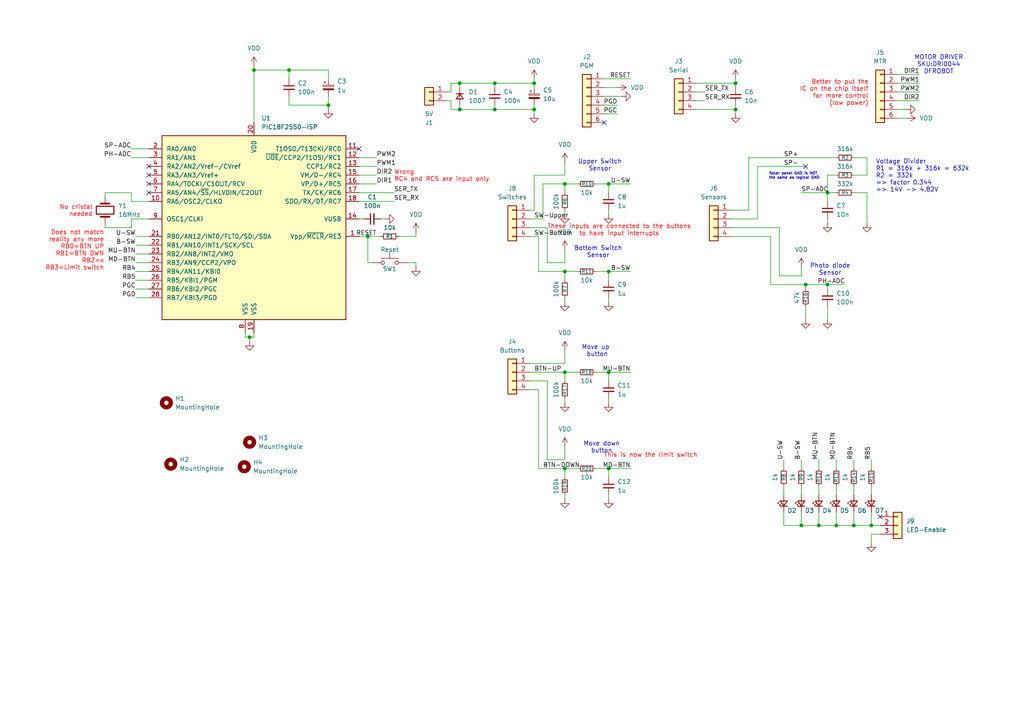
<source format=kicad_sch>
(kicad_sch (version 20250114) (generator "eeschema") (generator_version "9.0")
  (paper "A4")
  (lib_symbols
    (symbol "Connector_Generic:Conn_01x02" (pin_names (offset 1.016) (hide yes))
      (property "Reference" "J" (at 0 2.54 0))
      (property "Value" "Conn_01x02" (at 0 -5.08 0))
      (symbol "Conn_01x02_1_1"
        (rectangle (start -1.27 1.27) (end 1.27 -3.81) (stroke (width 0.254)) (fill (type background)))
        (rectangle (start -1.27 0.127) (end 0 -0.127) (stroke (width 0.1524)))
        (rectangle (start -1.27 -2.413) (end 0 -2.667) (stroke (width 0.1524)))
        (pin passive line (at -5.08 0 0) (length 3.81) (name "Pin_1") (number "1"))
        (pin passive line (at -5.08 -2.54 0) (length 3.81) (name "Pin_2") (number "2"))
      )
    )
    (symbol "Connector_Generic:Conn_01x03" (pin_names (offset 1.016) (hide yes))
      (property "Reference" "J" (at 0 5.08 0))
      (property "Value" "Conn_01x03" (at 0 -5.08 0))
      (symbol "Conn_01x03_1_1"
        (rectangle (start -1.27 3.81) (end 1.27 -3.81) (stroke (width 0.254)) (fill (type background)))
        (rectangle (start -1.27 2.667) (end 0 2.413) (stroke (width 0.1524)))
        (rectangle (start -1.27 0.127) (end 0 -0.127) (stroke (width 0.1524)))
        (rectangle (start -1.27 -2.413) (end 0 -2.667) (stroke (width 0.1524)))
        (pin passive line (at -5.08 2.54 0) (length 3.81) (name "Pin_1") (number "1"))
        (pin passive line (at -5.08 0 0) (length 3.81) (name "Pin_2") (number "2"))
        (pin passive line (at -5.08 -2.54 0) (length 3.81) (name "Pin_3") (number "3"))
      )
    )
    (symbol "Connector_Generic:Conn_01x04" (pin_names (offset 1.016) (hide yes))
      (property "Reference" "J" (at 0 5.08 0))
      (property "Value" "Conn_01x04" (at 0 -7.62 0))
      (symbol "Conn_01x04_1_1"
        (rectangle (start -1.27 3.81) (end 1.27 -6.35) (stroke (width 0.254)) (fill (type background)))
        (rectangle (start -1.27 2.667) (end 0 2.413) (stroke (width 0.1524)))
        (rectangle (start -1.27 0.127) (end 0 -0.127) (stroke (width 0.1524)))
        (rectangle (start -1.27 -2.413) (end 0 -2.667) (stroke (width 0.1524)))
        (rectangle (start -1.27 -4.953) (end 0 -5.207) (stroke (width 0.1524)))
        (pin passive line (at -5.08 2.54 0) (length 3.81) (name "Pin_1") (number "1"))
        (pin passive line (at -5.08 0 0) (length 3.81) (name "Pin_2") (number "2"))
        (pin passive line (at -5.08 -2.54 0) (length 3.81) (name "Pin_3") (number "3"))
        (pin passive line (at -5.08 -5.08 0) (length 3.81) (name "Pin_4") (number "4"))
      )
    )
    (symbol "Connector_Generic:Conn_01x06" (pin_names (offset 1.016) (hide yes))
      (property "Reference" "J" (at 0 7.62 0))
      (property "Value" "Conn_01x06" (at 0 -10.16 0))
      (symbol "Conn_01x06_1_1"
        (rectangle (start -1.27 6.35) (end 1.27 -8.89) (stroke (width 0.254)) (fill (type background)))
        (rectangle (start -1.27 5.207) (end 0 4.953) (stroke (width 0.1524)))
        (rectangle (start -1.27 2.667) (end 0 2.413) (stroke (width 0.1524)))
        (rectangle (start -1.27 0.127) (end 0 -0.127) (stroke (width 0.1524)))
        (rectangle (start -1.27 -2.413) (end 0 -2.667) (stroke (width 0.1524)))
        (rectangle (start -1.27 -4.953) (end 0 -5.207) (stroke (width 0.1524)))
        (rectangle (start -1.27 -7.493) (end 0 -7.747) (stroke (width 0.1524)))
        (pin passive line (at -5.08 5.08 0) (length 3.81) (name "Pin_1") (number "1"))
        (pin passive line (at -5.08 2.54 0) (length 3.81) (name "Pin_2") (number "2"))
        (pin passive line (at -5.08 0 0) (length 3.81) (name "Pin_3") (number "3"))
        (pin passive line (at -5.08 -2.54 0) (length 3.81) (name "Pin_4") (number "4"))
        (pin passive line (at -5.08 -5.08 0) (length 3.81) (name "Pin_5") (number "5"))
        (pin passive line (at -5.08 -7.62 0) (length 3.81) (name "Pin_6") (number "6"))
      )
    )
    (symbol "Device:C_Polarized_Small" (pin_numbers (hide yes)) (pin_names (offset 0.254) (hide yes))
      (property "Reference" "C" (at 0.254 1.778 0))
      (property "Value" "C_Polarized_Small" (at 0.254 -2.032 0))
      (symbol "C_Polarized_Small_0_1"
        (rectangle (start -1.524 0.6858) (end 1.524 0.3048))
        (rectangle (start -1.524 -0.3048) (end 1.524 -0.6858) (fill (type outline)))
        (polyline (pts (xy -1.27 1.524) (xy -0.762 1.524)))
        (polyline (pts (xy -1.016 1.27) (xy -1.016 1.778)))
      )
      (symbol "C_Polarized_Small_1_1"
        (pin passive line (at 0 2.54 270) (length 1.8542) (name "~") (number "1"))
        (pin passive line (at 0 -2.54 90) (length 1.8542) (name "~") (number "2"))
      )
    )
    (symbol "Device:C_Small" (pin_numbers (hide yes)) (pin_names (offset 0.254) (hide yes))
      (property "Reference" "C" (at 0.254 1.778 0))
      (property "Value" "C_Small" (at 0.254 -2.032 0))
      (symbol "C_Small_0_1"
        (polyline (pts (xy -1.524 0.508) (xy 1.524 0.508)) (stroke (width 0.3048)))
        (polyline (pts (xy -1.524 -0.508) (xy 1.524 -0.508)) (stroke (width 0.3302)))
      )
      (symbol "C_Small_1_1"
        (pin passive line (at 0 2.54 270) (length 2.032) (name "~") (number "1"))
        (pin passive line (at 0 -2.54 90) (length 2.032) (name "~") (number "2"))
      )
    )
    (symbol "Device:Crystal" (pin_numbers (hide yes)) (pin_names (offset 1.016) (hide yes))
      (property "Reference" "Y" (at 0 3.81 0))
      (property "Value" "Crystal" (at 0 -3.81 0))
      (symbol "Crystal_0_1"
        (polyline (pts (xy -2.54 0) (xy -1.905 0)))
        (polyline (pts (xy -1.905 -1.27) (xy -1.905 1.27)) (stroke (width 0.508)))
        (rectangle (start -1.143 2.54) (end 1.143 -2.54) (stroke (width 0.3048)))
        (polyline (pts (xy 1.905 -1.27) (xy 1.905 1.27)) (stroke (width 0.508)))
        (polyline (pts (xy 2.54 0) (xy 1.905 0)))
      )
      (symbol "Crystal_1_1"
        (pin passive line (at -3.81 0 0) (length 1.27) (name "1") (number "1"))
        (pin passive line (at 3.81 0 180) (length 1.27) (name "2") (number "2"))
      )
    )
    (symbol "Device:D_Small" (pin_numbers (hide yes)) (pin_names (offset 0.254) (hide yes))
      (property "Reference" "D" (at -1.27 2.032 0))
      (property "Value" "D_Small" (at -3.81 -2.032 0))
      (symbol "D_Small_0_1"
        (polyline (pts (xy -0.762 0) (xy 0.762 0)))
        (polyline (pts (xy -0.762 -1.016) (xy -0.762 1.016)) (stroke (width 0.254)))
        (polyline (pts (xy 0.762 -1.016) (xy -0.762 0) (xy 0.762 1.016) (xy 0.762 -1.016)) (stroke (width 0.254)))
      )
      (symbol "D_Small_1_1"
        (pin passive line (at -2.54 0 0) (length 1.778) (name "K") (number "1"))
        (pin passive line (at 2.54 0 180) (length 1.778) (name "A") (number "2"))
      )
    )
    (symbol "Device:LED_Small" (pin_numbers (hide yes)) (pin_names (offset 0.254) (hide yes))
      (property "Reference" "D" (at -1.27 3.175 0))
      (property "Value" "LED_Small" (at -4.445 -2.54 0))
      (symbol "LED_Small_0_1"
        (polyline (pts (xy -0.762 -1.016) (xy -0.762 1.016)) (stroke (width 0.254)))
        (polyline (pts (xy 0 0.762) (xy -0.508 1.27) (xy -0.254 1.27) (xy -0.508 1.27) (xy -0.508 1.016)))
        (polyline (pts (xy 0.508 1.27) (xy 0 1.778) (xy 0.254 1.778) (xy 0 1.778) (xy 0 1.524)))
        (polyline (pts (xy 0.762 -1.016) (xy -0.762 0) (xy 0.762 1.016) (xy 0.762 -1.016)) (stroke (width 0.254)))
        (polyline (pts (xy 1.016 0) (xy -0.762 0)))
      )
      (symbol "LED_Small_1_1"
        (pin passive line (at -2.54 0 0) (length 1.778) (name "K") (number "1"))
        (pin passive line (at 2.54 0 180) (length 1.778) (name "A") (number "2"))
      )
    )
    (symbol "Device:R_Small" (pin_numbers (hide yes)) (pin_names (offset 0.254) (hide yes))
      (property "Reference" "R" (at 0 0 90))
      (property "Value" "R_Small" (at 1.778 0 90))
      (symbol "R_Small_0_1"
        (rectangle (start -0.762 1.778) (end 0.762 -1.778) (stroke (width 0.2032)))
      )
      (symbol "R_Small_1_1"
        (pin passive line (at 0 2.54 270) (length 0.762) (name "~") (number "1"))
        (pin passive line (at 0 -2.54 90) (length 0.762) (name "~") (number "2"))
      )
    )
    (symbol "MCU_Microchip_PIC18:PIC18F2550-ISP" (pin_names (offset 1.27))
      (property "Reference" "U" (at -25.4 27.94 0))
      (property "Value" "PIC18F2550-ISP" (at 16.51 -27.94 0))
      (symbol "PIC18F2550-ISP_0_1"
        (rectangle (start -26.67 26.67) (end 26.67 -26.67) (stroke (width 0.254)) (fill (type background)))
      )
      (symbol "PIC18F2550-ISP_1_1"
        (pin bidirectional line (at -30.48 22.86 0) (length 3.81) (name "RA0/AN0") (number "2"))
        (pin bidirectional line (at -30.48 20.32 0) (length 3.81) (name "RA1/AN1") (number "3"))
        (pin bidirectional line (at -30.48 17.78 0) (length 3.81) (name "RA2/AN2/Vref-/CVref") (number "4"))
        (pin bidirectional line (at -30.48 15.24 0) (length 3.81) (name "RA3/AN3/Vref+") (number "5"))
        (pin bidirectional line (at -30.48 12.7 0) (length 3.81) (name "RA4/T0CKI/C1OUT/RCV") (number "6"))
        (pin bidirectional line (at -30.48 10.16 0) (length 3.81) (name "RA5/AN4/~{SS}/HLVDIN/C2OUT") (number "7"))
        (pin output line (at -30.48 7.62 0) (length 3.81) (name "RA6/OSC2/CLKO") (number "10"))
        (pin input line (at -30.48 2.54 0) (length 3.81) (name "OSC1/CLKI") (number "9"))
        (pin bidirectional line (at -30.48 -2.54 0) (length 3.81) (name "RB0/AN12/INT0/FLT0/SDI/SDA") (number "21"))
        (pin bidirectional line (at -30.48 -5.08 0) (length 3.81) (name "RB1/AN10/INT1/SCK/SCL") (number "22"))
        (pin bidirectional line (at -30.48 -7.62 0) (length 3.81) (name "RB2/AN8/INT2/VMO") (number "23"))
        (pin bidirectional line (at -30.48 -10.16 0) (length 3.81) (name "RB3/AN9/CCP2/VPO") (number "24"))
        (pin bidirectional line (at -30.48 -12.7 0) (length 3.81) (name "RB4/AN11/KBI0") (number "25"))
        (pin bidirectional line (at -30.48 -15.24 0) (length 3.81) (name "RB5/KBI1/PGM") (number "26"))
        (pin bidirectional line (at -30.48 -17.78 0) (length 3.81) (name "RB6/KBI2/PGC") (number "27"))
        (pin bidirectional line (at -30.48 -20.32 0) (length 3.81) (name "RB7/KBI3/PGD") (number "28"))
        (pin power_in line (at -2.54 -30.48 90) (length 3.81) (name "VSS") (number "8"))
        (pin power_in line (at 0 30.48 270) (length 3.81) (name "VDD") (number "20"))
        (pin power_in line (at 0 -30.48 90) (length 3.81) (name "VSS") (number "19"))
        (pin bidirectional line (at 30.48 22.86 180) (length 3.81) (name "T1OSO/T13CKI/RC0") (number "11"))
        (pin bidirectional line (at 30.48 20.32 180) (length 3.81) (name "~{UOE}/CCP2/T1OSI/RC1") (number "12"))
        (pin bidirectional line (at 30.48 17.78 180) (length 3.81) (name "CCP1/RC2") (number "13"))
        (pin bidirectional line (at 30.48 15.24 180) (length 3.81) (name "VM/D-/RC4") (number "15"))
        (pin bidirectional line (at 30.48 12.7 180) (length 3.81) (name "VP/D+/RC5") (number "16"))
        (pin bidirectional line (at 30.48 10.16 180) (length 3.81) (name "TX/CK/RC6") (number "17"))
        (pin bidirectional line (at 30.48 7.62 180) (length 3.81) (name "SDO/RX/DT/RC7") (number "18"))
        (pin bidirectional line (at 30.48 2.54 180) (length 3.81) (name "VUSB") (number "14"))
        (pin input line (at 30.48 -2.54 180) (length 3.81) (name "Vpp/~{MCLR}/RE3") (number "1"))
      )
    )
    (symbol "Mechanical:MountingHole" (pin_names (offset 1.016)) (in_bom no)
      (property "Reference" "H" (at 0 5.08 0))
      (property "Value" "MountingHole" (at 0 3.175 0))
      (symbol "MountingHole_0_1"
        (circle (center 0 0) (radius 1.27) (stroke (width 1.27)))
      )
    )
    (symbol "Switch:SW_Push" (pin_numbers (hide yes)) (pin_names (offset 1.016) (hide yes))
      (property "Reference" "SW" (at 1.27 2.54 0))
      (property "Value" "SW_Push" (at 0 -1.524 0))
      (symbol "SW_Push_0_1"
        (circle (center -2.032 0) (radius 0.508))
        (polyline (pts (xy 0 1.27) (xy 0 3.048)))
        (circle (center 2.032 0) (radius 0.508))
        (polyline (pts (xy 2.54 1.27) (xy -2.54 1.27)))
        (pin passive line (at -5.08 0 0) (length 2.54) (name "1") (number "1"))
        (pin passive line (at 5.08 0 180) (length 2.54) (name "2") (number "2"))
      )
    )
    (symbol "power:GND" (power) (pin_numbers (hide yes)) (pin_names (offset 0) (hide yes))
      (property "Value" "GND" (at 0 -3.81 0))
      (symbol "GND_0_1"
        (polyline (pts (xy 0 0) (xy 0 -1.27) (xy 1.27 -1.27) (xy 0 -2.54) (xy -1.27 -1.27) (xy 0 -1.27)))
      )
      (symbol "GND_1_1"
        (pin power_in line (at 0 0 270) (length 0) (name "~") (number "1"))
      )
    )
    (symbol "power:VDD" (power) (pin_numbers (hide yes)) (pin_names (offset 0) (hide yes))
      (property "Value" "VDD" (at 0 3.556 0))
      (symbol "VDD_0_1"
        (polyline (pts (xy -0.762 1.27) (xy 0 2.54)))
        (polyline (pts (xy 0 2.54) (xy 0.762 1.27)))
        (polyline (pts (xy 0 0) (xy 0 2.54)))
      )
      (symbol "VDD_1_1"
        (pin power_in line (at 0 0 90) (length 0) (name "~") (number "1"))
      )
    )
  )
  (text "Move down\nbutton" (at 174.498 129.794 0) (effects (font (size 1.27 1.27))))
  (text "Better to put the\nIC on the chip itself\nfor more control\n(low power)" (at 251.968 26.924 0) (effects (font (size 1.27 1.27)) (justify right)))
  (text "Solar panel GND is NOT \nthe same as logical GND" (at 230.378 51.054 0) (effects (font (size 0.762 0.762))))
  (text "These inputs are connected to the buttons\nto have input interrupts" (at 179.578 66.802 0) (effects (font (size 1.27 1.27))))
  (text "Bottom Switch\nSensor" (at 173.482 73.152 0) (effects (font (size 1.27 1.27))))
  (text "Move up \nbutton" (at 173.228 101.854 0) (effects (font (size 1.27 1.27))))
  (text "Does not match\nreality any more\nRB0=BTN UP\nRB1=BTN DWN\nRB2=x\nRB3=Limit switch" (at 30.226 72.644 0) (effects (font (size 1.27 1.27)) (justify right)))
  (text "Photo diode\nSensor" (at 240.792 78.232 0) (effects (font (size 1.27 1.27))))
  (text "Upper Switch\nSensor" (at 173.99 48.006 0) (effects (font (size 1.27 1.27))))
  (text "Voltage Divider\nR1 = 316k + 316k = 632k\nR2 = 332k\n=> factor 0.344\n=> 14V -> 4,82V" (at 254 51.054 0) (effects (font (size 1.27 1.27)) (justify left)))
  (text "This is now the limit switch" (at 188.722 132.08 0) (effects (font (size 1.27 1.27))))
  (text "Wrong\nRC4 and RC5 are input only" (at 114.3 51.054 0) (effects (font (size 1.27 1.27)) (justify left)))
  (text "No cristal\nneeded" (at 26.924 61.214 0) (effects (font (size 1.27 1.27)) (justify right)))
  (text "MOTOR DRIVER\nSKU:DRI0044\nDFROBOT" (at 272.288 18.796 0) (effects (font (size 1.27 1.27))))
  (junction (at 176.53 78.74))
  (junction (at 176.53 53.34))
  (junction (at 176.53 107.95))
  (junction (at 73.66 20.32))
  (junction (at 143.51 24.13))
  (junction (at 213.36 31.75))
  (junction (at 133.35 31.75))
  (junction (at 106.68 68.58))
  (junction (at 143.51 31.75))
  (junction (at 163.83 107.95))
  (junction (at 133.35 24.13))
  (junction (at 247.65 152.4))
  (junction (at 213.36 24.13))
  (junction (at 240.03 82.55))
  (junction (at 154.94 31.75))
  (junction (at 163.83 78.74))
  (junction (at 176.53 135.89))
  (junction (at 154.94 24.13))
  (junction (at 72.39 97.79))
  (junction (at 232.41 152.4))
  (junction (at 242.57 152.4))
  (junction (at 240.03 55.88))
  (junction (at 83.82 20.32))
  (junction (at 252.73 152.4))
  (junction (at 163.83 53.34))
  (junction (at 163.83 135.89))
  (junction (at 95.25 30.48))
  (junction (at 233.68 82.55))
  (junction (at 237.49 152.4))
  (no_connect (at 233.68 48.26))
  (no_connect (at 255.27 149.86))
  (no_connect (at 104.14 43.18))
  (no_connect (at 43.18 50.8))
  (no_connect (at 43.18 48.26))
  (no_connect (at 175.26 35.56))
  (no_connect (at 43.18 53.34))
  (no_connect (at 43.18 55.88))
  (wire (pts (xy 104.14 63.5) (xy 105.41 63.5)))
  (wire (pts (xy 130.81 29.21) (xy 130.81 31.75)))
  (wire (pts (xy 176.53 107.95) (xy 182.88 107.95)))
  (wire (pts (xy 95.25 30.48) (xy 95.25 31.75)))
  (wire (pts (xy 73.66 20.32) (xy 83.82 20.32)))
  (wire (pts (xy 153.67 66.04) (xy 158.75 66.04)))
  (wire (pts (xy 120.65 67.31) (xy 120.65 68.58)))
  (wire (pts (xy 227.33 133.35) (xy 227.33 135.89)))
  (wire (pts (xy 83.82 30.48) (xy 95.25 30.48)))
  (wire (pts (xy 172.72 135.89) (xy 176.53 135.89)))
  (wire (pts (xy 247.65 152.4) (xy 252.73 152.4)))
  (wire (pts (xy 175.26 22.86) (xy 182.88 22.86)))
  (wire (pts (xy 130.81 26.67) (xy 130.81 24.13)))
  (wire (pts (xy 158.75 110.49) (xy 158.75 133.35)))
  (wire (pts (xy 260.35 21.59) (xy 266.7 21.59)))
  (wire (pts (xy 260.35 31.75) (xy 262.89 31.75)))
  (wire (pts (xy 217.17 60.96) (xy 217.17 45.72)))
  (wire (pts (xy 172.72 53.34) (xy 176.53 53.34)))
  (wire (pts (xy 176.53 135.89) (xy 182.88 135.89)))
  (wire (pts (xy 104.14 58.42) (xy 114.3 58.42)))
  (wire (pts (xy 153.67 63.5) (xy 157.48 63.5)))
  (wire (pts (xy 38.1 63.5) (xy 43.18 63.5)))
  (wire (pts (xy 163.83 107.95) (xy 163.83 110.49)))
  (wire (pts (xy 38.1 66.04) (xy 38.1 63.5)))
  (wire (pts (xy 213.36 31.75) (xy 213.36 33.02)))
  (wire (pts (xy 175.26 25.4) (xy 179.07 25.4)))
  (wire (pts (xy 233.68 82.55) (xy 240.03 82.55)))
  (wire (pts (xy 240.03 82.55) (xy 240.03 83.82)))
  (wire (pts (xy 213.36 30.48) (xy 213.36 31.75)))
  (wire (pts (xy 219.71 63.5) (xy 219.71 48.26)))
  (wire (pts (xy 240.03 55.88) (xy 240.03 58.42)))
  (wire (pts (xy 39.37 76.2) (xy 43.18 76.2)))
  (wire (pts (xy 176.53 78.74) (xy 182.88 78.74)))
  (wire (pts (xy 252.73 154.94) (xy 255.27 154.94)))
  (wire (pts (xy 260.35 29.21) (xy 266.7 29.21)))
  (wire (pts (xy 38.1 43.18) (xy 43.18 43.18)))
  (wire (pts (xy 232.41 148.59) (xy 232.41 152.4)))
  (wire (pts (xy 153.67 60.96) (xy 154.94 60.96)))
  (wire (pts (xy 143.51 24.13) (xy 154.94 24.13)))
  (wire (pts (xy 176.53 115.57) (xy 176.53 116.84)))
  (wire (pts (xy 251.46 45.72) (xy 251.46 50.8)))
  (wire (pts (xy 247.65 45.72) (xy 251.46 45.72)))
  (wire (pts (xy 133.35 24.13) (xy 143.51 24.13)))
  (wire (pts (xy 223.52 82.55) (xy 233.68 82.55)))
  (wire (pts (xy 226.06 66.04) (xy 226.06 80.01)))
  (wire (pts (xy 163.83 143.51) (xy 163.83 144.78)))
  (wire (pts (xy 38.1 58.42) (xy 43.18 58.42)))
  (wire (pts (xy 232.41 140.97) (xy 232.41 143.51)))
  (wire (pts (xy 83.82 20.32) (xy 95.25 20.32)))
  (wire (pts (xy 175.26 30.48) (xy 179.07 30.48)))
  (wire (pts (xy 176.53 135.89) (xy 176.53 138.43)))
  (wire (pts (xy 39.37 81.28) (xy 43.18 81.28)))
  (wire (pts (xy 118.11 76.2) (xy 120.65 76.2)))
  (wire (pts (xy 227.33 140.97) (xy 227.33 143.51)))
  (wire (pts (xy 175.26 27.94) (xy 180.34 27.94)))
  (wire (pts (xy 143.51 30.48) (xy 143.51 31.75)))
  (wire (pts (xy 237.49 133.35) (xy 237.49 135.89)))
  (wire (pts (xy 154.94 31.75) (xy 143.51 31.75)))
  (wire (pts (xy 237.49 140.97) (xy 237.49 143.51)))
  (wire (pts (xy 237.49 148.59) (xy 237.49 152.4)))
  (wire (pts (xy 158.75 76.2) (xy 163.83 76.2)))
  (wire (pts (xy 212.09 66.04) (xy 226.06 66.04)))
  (wire (pts (xy 154.94 31.75) (xy 154.94 33.02)))
  (wire (pts (xy 73.66 19.05) (xy 73.66 20.32)))
  (wire (pts (xy 163.83 78.74) (xy 167.64 78.74)))
  (wire (pts (xy 154.94 22.86) (xy 154.94 24.13)))
  (wire (pts (xy 232.41 152.4) (xy 237.49 152.4)))
  (wire (pts (xy 153.67 107.95) (xy 163.83 107.95)))
  (wire (pts (xy 71.12 97.79) (xy 72.39 97.79)))
  (wire (pts (xy 227.33 152.4) (xy 232.41 152.4)))
  (wire (pts (xy 163.83 135.89) (xy 163.83 138.43)))
  (wire (pts (xy 240.03 63.5) (xy 240.03 64.77)))
  (wire (pts (xy 163.83 115.57) (xy 163.83 116.84)))
  (wire (pts (xy 217.17 45.72) (xy 242.57 45.72)))
  (wire (pts (xy 242.57 140.97) (xy 242.57 143.51)))
  (wire (pts (xy 176.53 53.34) (xy 182.88 53.34)))
  (wire (pts (xy 156.21 68.58) (xy 156.21 78.74)))
  (wire (pts (xy 233.68 88.9) (xy 233.68 92.71)))
  (wire (pts (xy 83.82 20.32) (xy 83.82 22.86)))
  (wire (pts (xy 104.14 50.8) (xy 109.22 50.8)))
  (wire (pts (xy 133.35 24.13) (xy 133.35 25.4)))
  (wire (pts (xy 153.67 110.49) (xy 158.75 110.49)))
  (wire (pts (xy 242.57 133.35) (xy 242.57 135.89)))
  (wire (pts (xy 95.25 20.32) (xy 95.25 22.86)))
  (wire (pts (xy 154.94 60.96) (xy 154.94 50.8)))
  (wire (pts (xy 38.1 58.42) (xy 38.1 55.88)))
  (wire (pts (xy 39.37 78.74) (xy 43.18 78.74)))
  (wire (pts (xy 251.46 55.88) (xy 251.46 64.77)))
  (wire (pts (xy 176.53 143.51) (xy 176.53 144.78)))
  (wire (pts (xy 120.65 77.47) (xy 120.65 76.2)))
  (wire (pts (xy 73.66 20.32) (xy 73.66 35.56)))
  (wire (pts (xy 242.57 50.8) (xy 240.03 50.8)))
  (wire (pts (xy 157.48 53.34) (xy 163.83 53.34)))
  (wire (pts (xy 227.33 148.59) (xy 227.33 152.4)))
  (wire (pts (xy 38.1 55.88) (xy 30.48 55.88)))
  (wire (pts (xy 163.83 60.96) (xy 163.83 62.23)))
  (wire (pts (xy 176.53 86.36) (xy 176.53 87.63)))
  (wire (pts (xy 212.09 63.5) (xy 219.71 63.5)))
  (wire (pts (xy 163.83 53.34) (xy 163.83 55.88)))
  (wire (pts (xy 252.73 157.48) (xy 252.73 154.94)))
  (wire (pts (xy 233.68 82.55) (xy 233.68 83.82)))
  (wire (pts (xy 95.25 27.94) (xy 95.25 30.48)))
  (wire (pts (xy 157.48 63.5) (xy 157.48 53.34)))
  (wire (pts (xy 38.1 45.72) (xy 43.18 45.72)))
  (wire (pts (xy 104.14 48.26) (xy 109.22 48.26)))
  (wire (pts (xy 232.41 55.88) (xy 240.03 55.88)))
  (wire (pts (xy 104.14 45.72) (xy 109.22 45.72)))
  (wire (pts (xy 104.14 53.34) (xy 109.22 53.34)))
  (wire (pts (xy 201.93 24.13) (xy 213.36 24.13)))
  (wire (pts (xy 154.94 30.48) (xy 154.94 31.75)))
  (wire (pts (xy 252.73 133.35) (xy 252.73 135.89)))
  (wire (pts (xy 153.67 113.03) (xy 156.21 113.03)))
  (wire (pts (xy 133.35 31.75) (xy 130.81 31.75)))
  (wire (pts (xy 240.03 55.88) (xy 242.57 55.88)))
  (wire (pts (xy 163.83 72.39) (xy 163.83 76.2)))
  (wire (pts (xy 247.65 50.8) (xy 251.46 50.8)))
  (wire (pts (xy 240.03 88.9) (xy 240.03 92.71)))
  (wire (pts (xy 226.06 80.01) (xy 232.41 80.01)))
  (wire (pts (xy 232.41 133.35) (xy 232.41 135.89)))
  (wire (pts (xy 163.83 135.89) (xy 167.64 135.89)))
  (wire (pts (xy 163.83 78.74) (xy 163.83 81.28)))
  (wire (pts (xy 39.37 86.36) (xy 43.18 86.36)))
  (wire (pts (xy 163.83 53.34) (xy 167.64 53.34)))
  (wire (pts (xy 201.93 31.75) (xy 213.36 31.75)))
  (wire (pts (xy 106.68 68.58) (xy 110.49 68.58)))
  (wire (pts (xy 242.57 152.4) (xy 247.65 152.4)))
  (wire (pts (xy 212.09 68.58) (xy 223.52 68.58)))
  (wire (pts (xy 163.83 101.6) (xy 163.83 105.41)))
  (wire (pts (xy 158.75 66.04) (xy 158.75 76.2)))
  (wire (pts (xy 104.14 55.88) (xy 114.3 55.88)))
  (wire (pts (xy 153.67 105.41) (xy 163.83 105.41)))
  (wire (pts (xy 240.03 50.8) (xy 240.03 55.88)))
  (wire (pts (xy 242.57 148.59) (xy 242.57 152.4)))
  (wire (pts (xy 247.65 140.97) (xy 247.65 143.51)))
  (wire (pts (xy 73.66 96.52) (xy 73.66 97.79)))
  (wire (pts (xy 133.35 30.48) (xy 133.35 31.75)))
  (wire (pts (xy 110.49 63.5) (xy 111.76 63.5)))
  (wire (pts (xy 156.21 78.74) (xy 163.83 78.74)))
  (wire (pts (xy 143.51 24.13) (xy 143.51 25.4)))
  (wire (pts (xy 30.48 66.04) (xy 38.1 66.04)))
  (wire (pts (xy 223.52 68.58) (xy 223.52 82.55)))
  (wire (pts (xy 201.93 26.67) (xy 204.47 26.67)))
  (wire (pts (xy 213.36 22.86) (xy 213.36 24.13)))
  (wire (pts (xy 104.14 68.58) (xy 106.68 68.58)))
  (wire (pts (xy 30.48 55.88) (xy 30.48 57.15)))
  (wire (pts (xy 213.36 24.13) (xy 213.36 25.4)))
  (wire (pts (xy 201.93 29.21) (xy 204.47 29.21)))
  (wire (pts (xy 219.71 48.26) (xy 233.68 48.26)))
  (wire (pts (xy 106.68 76.2) (xy 106.68 68.58)))
  (wire (pts (xy 163.83 86.36) (xy 163.83 87.63)))
  (wire (pts (xy 163.83 46.99) (xy 163.83 50.8)))
  (wire (pts (xy 39.37 73.66) (xy 43.18 73.66)))
  (wire (pts (xy 156.21 113.03) (xy 156.21 135.89)))
  (wire (pts (xy 30.48 64.77) (xy 30.48 66.04)))
  (wire (pts (xy 39.37 71.12) (xy 43.18 71.12)))
  (wire (pts (xy 260.35 34.29) (xy 262.89 34.29)))
  (wire (pts (xy 143.51 31.75) (xy 133.35 31.75)))
  (wire (pts (xy 39.37 83.82) (xy 43.18 83.82)))
  (wire (pts (xy 176.53 60.96) (xy 176.53 62.23)))
  (wire (pts (xy 130.81 24.13) (xy 133.35 24.13)))
  (wire (pts (xy 176.53 53.34) (xy 176.53 55.88)))
  (wire (pts (xy 176.53 107.95) (xy 176.53 110.49)))
  (wire (pts (xy 175.26 33.02) (xy 179.07 33.02)))
  (wire (pts (xy 107.95 76.2) (xy 106.68 76.2)))
  (wire (pts (xy 154.94 50.8) (xy 163.83 50.8)))
  (wire (pts (xy 172.72 78.74) (xy 176.53 78.74)))
  (wire (pts (xy 176.53 78.74) (xy 176.53 81.28)))
  (wire (pts (xy 163.83 129.54) (xy 163.83 133.35)))
  (wire (pts (xy 72.39 97.79) (xy 72.39 99.06)))
  (wire (pts (xy 115.57 68.58) (xy 120.65 68.58)))
  (wire (pts (xy 153.67 68.58) (xy 156.21 68.58)))
  (wire (pts (xy 39.37 68.58) (xy 43.18 68.58)))
  (wire (pts (xy 252.73 148.59) (xy 252.73 152.4)))
  (wire (pts (xy 247.65 55.88) (xy 251.46 55.88)))
  (wire (pts (xy 240.03 82.55) (xy 245.11 82.55)))
  (wire (pts (xy 83.82 27.94) (xy 83.82 30.48)))
  (wire (pts (xy 156.21 135.89) (xy 163.83 135.89)))
  (wire (pts (xy 212.09 60.96) (xy 217.17 60.96)))
  (wire (pts (xy 260.35 24.13) (xy 266.7 24.13)))
  (wire (pts (xy 163.83 107.95) (xy 167.64 107.95)))
  (wire (pts (xy 158.75 133.35) (xy 163.83 133.35)))
  (wire (pts (xy 72.39 97.79) (xy 73.66 97.79)))
  (wire (pts (xy 252.73 140.97) (xy 252.73 143.51)))
  (wire (pts (xy 247.65 133.35) (xy 247.65 135.89)))
  (wire (pts (xy 172.72 107.95) (xy 176.53 107.95)))
  (wire (pts (xy 247.65 148.59) (xy 247.65 152.4)))
  (wire (pts (xy 129.54 26.67) (xy 130.81 26.67)))
  (wire (pts (xy 252.73 152.4) (xy 255.27 152.4)))
  (wire (pts (xy 237.49 152.4) (xy 242.57 152.4)))
  (wire (pts (xy 232.41 80.01) (xy 232.41 77.47)))
  (wire (pts (xy 71.12 96.52) (xy 71.12 97.79)))
  (wire (pts (xy 130.81 29.21) (xy 129.54 29.21)))
  (wire (pts (xy 154.94 24.13) (xy 154.94 25.4)))
  (wire (pts (xy 260.35 26.67) (xy 266.7 26.67)))
  (label "SER_RX" (at 114.3 58.42 0))
  (label "MU-BTN" (at 237.49 133.35 90))
  (label "PWM1" (at 266.7 24.13 180))
  (label "MD-BTN" (at 39.37 76.2 180))
  (label "B-SW" (at 232.41 133.35 90))
  (label "RESET" (at 109.22 68.58 180))
  (label "U-SW" (at 39.37 68.58 180))
  (label "U-SW" (at 227.33 133.35 90))
  (label "PH-ADC" (at 245.11 82.55 180))
  (label "DIR2" (at 266.7 29.21 180))
  (label "PWM2" (at 266.7 26.67 180))
  (label "RB5" (at 252.73 133.35 90))
  (label "SP+" (at 227.33 45.72 0))
  (label "BTN-DOWN" (at 157.48 135.89 0))
  (label "PWM2" (at 109.22 45.72 0))
  (label "SP-" (at 227.33 48.26 0))
  (label "RESET" (at 182.88 22.86 180))
  (label "DIR2" (at 109.22 50.8 0))
  (label "DIR1" (at 266.7 21.59 180))
  (label "PGC" (at 179.07 33.02 180))
  (label "PGC" (at 39.37 83.82 180))
  (label "SP-ADC" (at 38.1 43.18 180))
  (label "RB5" (at 39.37 81.28 180))
  (label "MD-BTN" (at 182.88 135.89 180))
  (label "PGD" (at 39.37 86.36 180))
  (label "SW-Upper" (at 154.94 63.5 0))
  (label "PGD" (at 179.07 30.48 180))
  (label "MU-BTN" (at 39.37 73.66 180))
  (label "MU-BTN" (at 182.88 107.95 180))
  (label "RB4" (at 39.37 78.74 180))
  (label "PH-ADC" (at 38.1 45.72 180))
  (label "BTN-UP" (at 154.94 107.95 0))
  (label "DIR1" (at 109.22 53.34 0))
  (label "RB4" (at 247.65 133.35 90))
  (label "U-SW" (at 182.88 53.34 180))
  (label "SER_TX" (at 114.3 55.88 0))
  (label "MD-BTN" (at 242.57 133.35 90))
  (label "SER_RX" (at 204.47 29.21 0))
  (label "B-SW" (at 182.88 78.74 180))
  (label "SW-Bottom" (at 154.94 68.58 0))
  (label "B-SW" (at 39.37 71.12 180))
  (label "SP-ADC" (at 232.41 55.88 0))
  (label "PWM1" (at 109.22 48.26 0))
  (label "SER_TX" (at 204.47 26.67 0))
  (symbol (lib_id "Device:R_Small") (at 247.65 138.43 180) (unit 1)
    (property "Reference" "R14" (at 247.65 138.43 90) (effects (font (size 1.016 1.016))))
    (property "Value" "1k" (at 245.11 138.43 90))
    (property "Footprint" "Resistor_SMD:R_0603_1608Metric_Pad0.98x0.95mm_HandSolder" (effects (hide yes)))
    (property "Description" "Resistor, small symbol" (effects (hide yes)))
  )
  (symbol (lib_id "power:GND") (at 176.53 116.84 0) (unit 1)
    (property "Reference" "#PWR029" (effects (hide yes)))
    (property "Value" "GND" (effects (hide yes)))
    (property "Description" "Power symbol creates a global label with name \"GND\" , ground" (effects (hide yes)))
  )
  (symbol (lib_id "power:GND") (at 111.76 63.5 90) (unit 1)
    (property "Reference" "#PWR05" (effects (hide yes)))
    (property "Value" "GND" (effects (hide yes)))
    (property "Description" "Power symbol creates a global label with name \"GND\" , ground" (effects (hide yes)))
  )
  (symbol (lib_id "Device:R_Small") (at 227.33 138.43 180) (unit 1)
    (property "Reference" "R8" (at 227.33 138.43 90) (effects (font (size 1.016 1.016))))
    (property "Value" "1k" (at 224.79 138.43 90))
    (property "Footprint" "Resistor_SMD:R_0603_1608Metric_Pad0.98x0.95mm_HandSolder" (effects (hide yes)))
    (property "Description" "Resistor, small symbol" (effects (hide yes)))
  )
  (symbol (lib_id "power:GND") (at 240.03 64.77 0) (unit 1)
    (property "Reference" "#PWR016" (effects (hide yes)))
    (property "Value" "GND" (effects (hide yes)))
    (property "Description" "Power symbol creates a global label with name \"GND\" , ground" (effects (hide yes)))
  )
  (symbol (lib_id "power:GND") (at 163.83 87.63 0) (unit 1)
    (property "Reference" "#PWR022" (effects (hide yes)))
    (property "Value" "GND" (effects (hide yes)))
    (property "Description" "Power symbol creates a global label with name \"GND\" , ground" (effects (hide yes)))
  )
  (symbol (lib_id "Device:D_Small") (at 133.35 27.94 270) (unit 1)
    (property "Reference" "D1" (at 135.89 26.6699 90) (effects (justify left)))
    (property "Value" "1007" (at 135.89 29.2099 90) (effects (justify left)))
    (property "Footprint" "Diode_THT:D_DO-15_P10.16mm_Horizontal" (effects (hide yes)))
    (property "Description" "Diode, small symbol" (effects (hide yes)))
    (property "Sim.Device" "D" (effects (hide yes)))
    (property "Sim.Pins" "1=K 2=A" (effects (hide yes)))
  )
  (symbol (lib_id "Device:C_Small") (at 107.95 63.5 90) (unit 1)
    (property "Reference" "C1" (at 107.9563 57.15 90))
    (property "Value" "100n" (at 107.9563 59.69 90))
    (property "Footprint" "Capacitor_SMD:C_0603_1608Metric_Pad1.08x0.95mm_HandSolder" (effects (hide yes)))
    (property "Description" "Unpolarized capacitor, small symbol" (effects (hide yes)))
  )
  (symbol (lib_id "power:GND") (at 72.39 99.06 0) (unit 1)
    (property "Reference" "#PWR012" (effects (hide yes)))
    (property "Value" "GND" (effects (hide yes)))
    (property "Description" "Power symbol creates a global label with name \"GND\" , ground" (effects (hide yes)))
  )
  (symbol (lib_id "Switch:SW_Push") (at 113.03 76.2 0) (unit 1)
    (property "Reference" "SW1" (at 113.03 77.978 0))
    (property "Value" "Reset" (at 113.03 72.39 0))
    (property "Footprint" "Button_Switch_THT:SW_PUSH_6mm_H4.3mm" (effects (hide yes)))
    (property "Description" "Push button switch, generic, two pins" (effects (hide yes)))
  )
  (symbol (lib_id "Connector_Generic:Conn_01x02") (at 124.46 26.67 0) (mirror y) (unit 1)
    (property "Reference" "J1" (at 124.46 35.56 0))
    (property "Value" "5V" (at 124.46 33.02 0))
    (property "Footprint" "TerminalBlock:TerminalBlock_bornier-2_P5.08mm" (effects (hide yes)))
    (property "Description" "Generic connector, single row, 01x02, script generated (kicad-library-utils/schlib/autogen/connector/)" (effects (hide yes)))
  )
  (symbol (lib_id "power:VDD") (at 163.83 46.99 0) (unit 1)
    (property "Reference" "#PWR018" (effects (hide yes)))
    (property "Value" "VDD" (at 163.83 41.91 0))
    (property "Description" "Power symbol creates a global label with name \"VDD\"" (effects (hide yes)))
  )
  (symbol (lib_id "Device:R_Small") (at 163.83 113.03 180) (unit 1)
    (property "Reference" "R17" (at 163.83 113.03 90) (effects (font (size 1.016 1.016))))
    (property "Value" "100k" (at 161.29 113.03 90))
    (property "Footprint" "Resistor_SMD:R_0603_1608Metric_Pad0.98x0.95mm_HandSolder" (effects (hide yes)))
    (property "Description" "Resistor, small symbol" (effects (hide yes)))
  )
  (symbol (lib_id "Connector_Generic:Conn_01x04") (at 196.85 26.67 0) (mirror y) (unit 1)
    (property "Reference" "J3" (at 196.85 17.78 0))
    (property "Value" "Serial" (at 196.85 20.32 0))
    (property "Footprint" "Connector_Molex:Molex_PicoBlade_53047-0410_1x04_P1.25mm_Vertical" (effects (hide yes)))
    (property "Description" "Generic connector, single row, 01x04, script generated (kicad-library-utils/schlib/autogen/connector/)" (effects (hide yes)))
  )
  (symbol (lib_id "Device:Crystal") (at 30.48 60.96 90) (unit 1)
    (property "Reference" "Y1" (at 34.29 59.6899 90) (effects (justify right)))
    (property "Value" "16MHz" (at 34.29 62.2299 90) (effects (justify right)))
    (property "Footprint" "Crystal:Crystal_HC49-U_Vertical" (effects (hide yes)))
    (property "Description" "Two pin crystal" (effects (hide yes)))
  )
  (symbol (lib_id "Connector_Generic:Conn_01x04") (at 207.01 63.5 0) (mirror y) (unit 1)
    (property "Reference" "J6" (at 207.01 54.61 0))
    (property "Value" "Sensors" (at 207.01 57.15 0))
    (property "Footprint" "Connector_Molex:Molex_PicoBlade_53047-0410_1x04_P1.25mm_Vertical" (effects (hide yes)))
    (property "Description" "Generic connector, single row, 01x04, script generated (kicad-library-utils/schlib/autogen/connector/)" (effects (hide yes)))
  )
  (symbol (lib_id "Device:C_Small") (at 213.36 27.94 0) (unit 1)
    (property "Reference" "C6" (at 215.9 26.6762 0) (effects (justify left)))
    (property "Value" "10n" (at 215.9 29.2162 0) (effects (justify left)))
    (property "Footprint" "Capacitor_SMD:C_0603_1608Metric_Pad1.08x0.95mm_HandSolder" (effects (hide yes)))
    (property "Description" "Unpolarized capacitor, small symbol" (effects (hide yes)))
  )
  (symbol (lib_id "Device:C_Small") (at 143.51 27.94 0) (unit 1)
    (property "Reference" "C4" (at 146.05 26.6762 0) (effects (justify left)))
    (property "Value" "100n" (at 146.05 29.2162 0) (effects (justify left)))
    (property "Footprint" "Capacitor_SMD:C_0603_1608Metric_Pad1.08x0.95mm_HandSolder" (effects (hide yes)))
    (property "Description" "Unpolarized capacitor, small symbol" (effects (hide yes)))
  )
  (symbol (lib_id "power:VDD") (at 120.65 67.31 0) (unit 1)
    (property "Reference" "#PWR03" (effects (hide yes)))
    (property "Value" "VDD" (at 120.65 62.23 0))
    (property "Description" "Power symbol creates a global label with name \"VDD\"" (effects (hide yes)))
  )
  (symbol (lib_id "Device:R_Small") (at 233.68 86.36 180) (unit 1)
    (property "Reference" "R16" (at 233.68 86.36 90) (effects (font (size 1.016 1.016))))
    (property "Value" "47k" (at 231.14 86.36 90))
    (property "Footprint" "Resistor_SMD:R_0603_1608Metric_Pad0.98x0.95mm_HandSolder" (effects (hide yes)))
    (property "Description" "Resistor, small symbol" (effects (hide yes)))
  )
  (symbol (lib_id "power:VDD") (at 73.66 19.05 0) (unit 1)
    (property "Reference" "#PWR01" (effects (hide yes)))
    (property "Value" "VDD" (at 73.66 13.97 0))
    (property "Description" "Power symbol creates a global label with name \"VDD\"" (effects (hide yes)))
  )
  (symbol (lib_id "power:GND") (at 163.83 62.23 0) (unit 1)
    (property "Reference" "#PWR019" (effects (hide yes)))
    (property "Value" "GND" (effects (hide yes)))
    (property "Description" "Power symbol creates a global label with name \"GND\" , ground" (effects (hide yes)))
  )
  (symbol (lib_id "power:VDD") (at 262.89 34.29 270) (unit 1)
    (property "Reference" "#PWR013" (effects (hide yes)))
    (property "Value" "VDD" (at 266.7 34.2899 90) (effects (justify left)))
    (property "Description" "Power symbol creates a global label with name \"VDD\"" (effects (hide yes)))
  )
  (symbol (lib_id "Device:LED_Small") (at 247.65 146.05 90) (unit 1)
    (property "Reference" "D6" (at 248.666 148.082 90) (effects (justify right)))
    (property "Value" "LED_Small" (effects (hide yes)))
    (property "Footprint" "LED_SMD:LED_0603_1608Metric_Pad1.05x0.95mm_HandSolder" (effects (hide yes)))
    (property "Description" "Light emitting diode, small symbol" (effects (hide yes)))
    (property "Sim.Pin" "1=K 2=A" (effects (hide yes)))
  )
  (symbol (lib_id "power:GND") (at 154.94 33.02 0) (unit 1)
    (property "Reference" "#PWR07" (effects (hide yes)))
    (property "Value" "GND" (effects (hide yes)))
    (property "Description" "Power symbol creates a global label with name \"GND\" , ground" (effects (hide yes)))
  )
  (symbol (lib_id "Connector_Generic:Conn_01x06") (at 170.18 27.94 0) (mirror y) (unit 1)
    (property "Reference" "J2" (at 170.18 16.51 0))
    (property "Value" "PGM" (at 170.18 19.05 0))
    (property "Footprint" "Connector_PinHeader_2.54mm:PinHeader_1x06_P2.54mm_Vertical" (effects (hide yes)))
    (property "Description" "Generic connector, single row, 01x06, script generated (kicad-library-utils/schlib/autogen/connector/)" (effects (hide yes)))
  )
  (symbol (lib_id "power:GND") (at 213.36 33.02 0) (unit 1)
    (property "Reference" "#PWR011" (effects (hide yes)))
    (property "Value" "GND" (effects (hide yes)))
    (property "Description" "Power symbol creates a global label with name \"GND\" , ground" (effects (hide yes)))
  )
  (symbol (lib_id "Device:R_Small") (at 163.83 58.42 180) (unit 1)
    (property "Reference" "R6" (at 163.83 58.42 90) (effects (font (size 1.016 1.016))))
    (property "Value" "100k" (at 161.29 58.42 90))
    (property "Footprint" "Resistor_SMD:R_0603_1608Metric_Pad0.98x0.95mm_HandSolder" (effects (hide yes)))
    (property "Description" "Resistor, small symbol" (effects (hide yes)))
  )
  (symbol (lib_id "power:GND") (at 251.46 64.77 0) (unit 1)
    (property "Reference" "#PWR015" (effects (hide yes)))
    (property "Value" "GND" (effects (hide yes)))
    (property "Description" "Power symbol creates a global label with name \"GND\" , ground" (effects (hide yes)))
  )
  (symbol (lib_id "Device:R_Small") (at 163.83 140.97 180) (unit 1)
    (property "Reference" "R19" (at 163.83 140.97 90) (effects (font (size 1.016 1.016))))
    (property "Value" "100k" (at 161.29 140.97 90))
    (property "Footprint" "Resistor_SMD:R_0603_1608Metric_Pad0.98x0.95mm_HandSolder" (effects (hide yes)))
    (property "Description" "Resistor, small symbol" (effects (hide yes)))
  )
  (symbol (lib_id "Device:C_Small") (at 240.03 60.96 0) (unit 1)
    (property "Reference" "C7" (at 242.57 59.6962 0) (effects (justify left)))
    (property "Value" "10n" (at 242.57 62.2362 0) (effects (justify left)))
    (property "Footprint" "Capacitor_SMD:C_0603_1608Metric_Pad1.08x0.95mm_HandSolder" (effects (hide yes)))
    (property "Description" "Unpolarized capacitor, small symbol" (effects (hide yes)))
  )
  (symbol (lib_id "Device:LED_Small") (at 237.49 146.05 90) (unit 1)
    (property "Reference" "D4" (at 238.506 148.082 90) (effects (justify right)))
    (property "Value" "LED_Small" (effects (hide yes)))
    (property "Footprint" "LED_SMD:LED_0603_1608Metric_Pad1.05x0.95mm_HandSolder" (effects (hide yes)))
    (property "Description" "Light emitting diode, small symbol" (effects (hide yes)))
    (property "Sim.Pin" "1=K 2=A" (effects (hide yes)))
  )
  (symbol (lib_id "power:GND") (at 240.03 92.71 0) (unit 1)
    (property "Reference" "#PWR026" (effects (hide yes)))
    (property "Value" "GND" (effects (hide yes)))
    (property "Description" "Power symbol creates a global label with name \"GND\" , ground" (effects (hide yes)))
  )
  (symbol (lib_id "MCU_Microchip_PIC18:PIC18F2550-ISP") (at 73.66 66.04 0) (unit 1)
    (property "Reference" "U1" (at 75.8033 34.29 0) (effects (justify left)))
    (property "Value" "PIC18F2550-ISP" (at 75.8033 36.83 0) (effects (justify left)))
    (property "Footprint" "Package_DIP:DIP-28_W7.62mm" (effects (hide yes)))
    (property "Datasheet" "http://ww1.microchip.com/downloads/en/devicedoc/39632c.pdf" (effects (hide yes)))
    (property "Description" "32K Flash, 2K SRAM, 256 EEPROM, USB, nanoWatt XLP, SPDIP28" (effects (hide yes)))
  )
  (symbol (lib_id "power:GND") (at 233.68 92.71 0) (unit 1)
    (property "Reference" "#PWR025" (effects (hide yes)))
    (property "Value" "GND" (effects (hide yes)))
    (property "Description" "Power symbol creates a global label with name \"GND\" , ground" (effects (hide yes)))
  )
  (symbol (lib_id "power:GND") (at 176.53 62.23 0) (unit 1)
    (property "Reference" "#PWR023" (effects (hide yes)))
    (property "Value" "GND" (effects (hide yes)))
    (property "Description" "Power symbol creates a global label with name \"GND\" , ground" (effects (hide yes)))
  )
  (symbol (lib_id "Device:R_Small") (at 245.11 55.88 90) (unit 1)
    (property "Reference" "R4" (at 245.11 55.88 90) (effects (font (size 1.016 1.016))))
    (property "Value" "332k" (at 245.11 53.34 90))
    (property "Footprint" "Resistor_SMD:R_0603_1608Metric_Pad0.98x0.95mm_HandSolder" (effects (hide yes)))
    (property "Description" "Resistor, small symbol" (effects (hide yes)))
  )
  (symbol (lib_id "power:VDD") (at 213.36 22.86 0) (unit 1)
    (property "Reference" "#PWR010" (effects (hide yes)))
    (property "Value" "VDD" (at 213.36 17.78 0))
    (property "Description" "Power symbol creates a global label with name \"VDD\"" (effects (hide yes)))
  )
  (symbol (lib_id "Mechanical:MountingHole") (at 70.857 135.3681 0) (unit 1) (in_bom no)
    (property "Reference" "H4" (at 73.397 134.098 0) (effects (justify left)))
    (property "Value" "MountingHole" (at 73.397 136.638 0) (effects (justify left)))
    (property "Footprint" "MountingHole:MountingHole_3.2mm_M3_Pad_Via" (effects (hide yes)))
    (property "Description" "Mounting Hole without connection" (effects (hide yes)))
  )
  (symbol (lib_id "Device:C_Small") (at 240.03 86.36 0) (unit 1)
    (property "Reference" "C10" (at 242.57 85.0962 0) (effects (justify left)))
    (property "Value" "100n" (at 242.57 87.6362 0) (effects (justify left)))
    (property "Footprint" "Capacitor_SMD:C_0603_1608Metric_Pad1.08x0.95mm_HandSolder" (effects (hide yes)))
    (property "Description" "Unpolarized capacitor, small symbol" (effects (hide yes)))
  )
  (symbol (lib_id "Device:C_Small") (at 83.82 25.4 0) (unit 1)
    (property "Reference" "C2" (at 86.36 24.1362 0) (effects (justify left)))
    (property "Value" "100n" (at 86.36 26.6762 0) (effects (justify left)))
    (property "Footprint" "Capacitor_SMD:C_0603_1608Metric_Pad1.08x0.95mm_HandSolder" (effects (hide yes)))
    (property "Description" "Unpolarized capacitor, small symbol" (effects (hide yes)))
  )
  (symbol (lib_id "power:GND") (at 252.73 157.48 0) (unit 1)
    (property "Reference" "#PWR020" (effects (hide yes)))
    (property "Value" "GND" (effects (hide yes)))
    (property "Description" "Power symbol creates a global label with name \"GND\" , ground" (effects (hide yes)))
  )
  (symbol (lib_id "Device:R_Small") (at 232.41 138.43 180) (unit 1)
    (property "Reference" "R9" (at 232.41 138.43 90) (effects (font (size 1.016 1.016))))
    (property "Value" "1k" (at 229.87 138.43 90))
    (property "Footprint" "Resistor_SMD:R_0603_1608Metric_Pad0.98x0.95mm_HandSolder" (effects (hide yes)))
    (property "Description" "Resistor, small symbol" (effects (hide yes)))
  )
  (symbol (lib_id "power:VDD") (at 179.07 25.4 270) (unit 1)
    (property "Reference" "#PWR08" (effects (hide yes)))
    (property "Value" "VDD" (at 182.88 25.3999 90) (effects (justify left)))
    (property "Description" "Power symbol creates a global label with name \"VDD\"" (effects (hide yes)))
  )
  (symbol (lib_id "Device:R_Small") (at 170.18 107.95 270) (unit 1)
    (property "Reference" "R18" (at 170.18 107.95 90) (effects (font (size 1.016 1.016))))
    (property "Value" "10k" (at 170.18 110.49 90))
    (property "Footprint" "Resistor_SMD:R_0603_1608Metric_Pad0.98x0.95mm_HandSolder" (effects (hide yes)))
    (property "Description" "Resistor, small symbol" (effects (hide yes)))
  )
  (symbol (lib_id "Device:R_Small") (at 245.11 45.72 90) (unit 1)
    (property "Reference" "R2" (at 245.11 45.72 90) (effects (font (size 1.016 1.016))))
    (property "Value" "316k" (at 245.11 43.18 90))
    (property "Footprint" "Resistor_SMD:R_0603_1608Metric_Pad0.98x0.95mm_HandSolder" (effects (hide yes)))
    (property "Description" "Resistor, small symbol" (effects (hide yes)))
  )
  (symbol (lib_id "power:VDD") (at 163.83 72.39 0) (unit 1)
    (property "Reference" "#PWR021" (effects (hide yes)))
    (property "Value" "VDD" (at 163.83 67.31 0))
    (property "Description" "Power symbol creates a global label with name \"VDD\"" (effects (hide yes)))
  )
  (symbol (lib_id "power:VDD") (at 163.83 129.54 0) (unit 1)
    (property "Reference" "#PWR030" (effects (hide yes)))
    (property "Value" "VDD" (at 163.83 124.46 0))
    (property "Description" "Power symbol creates a global label with name \"VDD\"" (effects (hide yes)))
  )
  (symbol (lib_id "Device:R_Small") (at 170.18 135.89 270) (unit 1)
    (property "Reference" "R20" (at 170.18 135.89 90) (effects (font (size 1.016 1.016))))
    (property "Value" "10k" (at 170.18 138.43 90))
    (property "Footprint" "Resistor_SMD:R_0603_1608Metric_Pad0.98x0.95mm_HandSolder" (effects (hide yes)))
    (property "Description" "Resistor, small symbol" (effects (hide yes)))
  )
  (symbol (lib_id "Device:R_Small") (at 163.83 83.82 180) (unit 1)
    (property "Reference" "R7" (at 163.83 83.82 90) (effects (font (size 1.016 1.016))))
    (property "Value" "100k" (at 161.29 83.82 90))
    (property "Footprint" "Resistor_SMD:R_0603_1608Metric_Pad0.98x0.95mm_HandSolder" (effects (hide yes)))
    (property "Description" "Resistor, small symbol" (effects (hide yes)))
  )
  (symbol (lib_id "Device:R_Small") (at 170.18 53.34 270) (unit 1)
    (property "Reference" "R10" (at 170.18 53.34 90) (effects (font (size 1.016 1.016))))
    (property "Value" "10k" (at 170.18 55.88 90))
    (property "Footprint" "Resistor_SMD:R_0603_1608Metric_Pad0.98x0.95mm_HandSolder" (effects (hide yes)))
    (property "Description" "Resistor, small symbol" (effects (hide yes)))
  )
  (symbol (lib_id "Device:C_Small") (at 176.53 113.03 0) (unit 1)
    (property "Reference" "C11" (at 179.07 111.7662 0) (effects (justify left)))
    (property "Value" "1u" (at 179.07 114.3062 0) (effects (justify left)))
    (property "Footprint" "Capacitor_SMD:C_0603_1608Metric_Pad1.08x0.95mm_HandSolder" (effects (hide yes)))
    (property "Description" "Unpolarized capacitor, small symbol" (effects (hide yes)))
  )
  (symbol (lib_id "Device:LED_Small") (at 232.41 146.05 90) (unit 1)
    (property "Reference" "D3" (at 233.426 148.082 90) (effects (justify right)))
    (property "Value" "LED_Small" (effects (hide yes)))
    (property "Footprint" "LED_SMD:LED_0603_1608Metric_Pad1.05x0.95mm_HandSolder" (effects (hide yes)))
    (property "Description" "Light emitting diode, small symbol" (effects (hide yes)))
    (property "Sim.Pin" "1=K 2=A" (effects (hide yes)))
  )
  (symbol (lib_id "Device:C_Small") (at 176.53 83.82 0) (unit 1)
    (property "Reference" "C9" (at 179.07 82.5562 0) (effects (justify left)))
    (property "Value" "1u" (at 179.07 85.0962 0) (effects (justify left)))
    (property "Footprint" "Capacitor_SMD:C_0603_1608Metric_Pad1.08x0.95mm_HandSolder" (effects (hide yes)))
    (property "Description" "Unpolarized capacitor, small symbol" (effects (hide yes)))
  )
  (symbol (lib_id "Connector_Generic:Conn_01x03") (at 260.35 152.4 0) (unit 1)
    (property "Reference" "J9" (at 262.89 151.1299 0) (effects (justify left)))
    (property "Value" "LED-Enable" (at 262.89 153.6699 0) (effects (justify left)))
    (property "Footprint" "Connector_PinHeader_2.54mm:PinHeader_1x03_P2.54mm_Vertical" (effects (hide yes)))
    (property "Description" "Generic connector, single row, 01x03, script generated (kicad-library-utils/schlib/autogen/connector/)" (effects (hide yes)))
  )
  (symbol (lib_id "power:GND") (at 163.83 144.78 0) (unit 1)
    (property "Reference" "#PWR031" (effects (hide yes)))
    (property "Value" "GND" (effects (hide yes)))
    (property "Description" "Power symbol creates a global label with name \"GND\" , ground" (effects (hide yes)))
  )
  (symbol (lib_id "Connector_Generic:Conn_01x04") (at 148.59 107.95 0) (mirror y) (unit 1)
    (property "Reference" "J4" (at 148.59 99.06 0))
    (property "Value" "Buttons" (at 148.59 101.6 0))
    (property "Footprint" "Connector_Molex:Molex_PicoBlade_53047-0410_1x04_P1.25mm_Vertical" (effects (hide yes)))
    (property "Description" "Generic connector, single row, 01x04, script generated (kicad-library-utils/schlib/autogen/connector/)" (effects (hide yes)))
  )
  (symbol (lib_id "Device:LED_Small") (at 227.33 146.05 90) (unit 1)
    (property "Reference" "D2" (at 228.346 148.082 90) (effects (justify right)))
    (property "Value" "LED_Small" (effects (hide yes)))
    (property "Footprint" "LED_SMD:LED_0603_1608Metric_Pad1.05x0.95mm_HandSolder" (effects (hide yes)))
    (property "Description" "Light emitting diode, small symbol" (effects (hide yes)))
    (property "Sim.Pin" "1=K 2=A" (effects (hide yes)))
  )
  (symbol (lib_id "Mechanical:MountingHole") (at 49.53 134.62 0) (unit 1) (in_bom no)
    (property "Reference" "H2" (at 52.07 133.3499 0) (effects (justify left)))
    (property "Value" "MountingHole" (at 52.07 135.8899 0) (effects (justify left)))
    (property "Footprint" "MountingHole:MountingHole_3.2mm_M3_Pad_Via" (effects (hide yes)))
    (property "Description" "Mounting Hole without connection" (effects (hide yes)))
  )
  (symbol (lib_id "power:GND") (at 262.89 31.75 90) (unit 1)
    (property "Reference" "#PWR014" (effects (hide yes)))
    (property "Value" "GND" (effects (hide yes)))
    (property "Description" "Power symbol creates a global label with name \"GND\" , ground" (effects (hide yes)))
  )
  (symbol (lib_id "power:GND") (at 176.53 87.63 0) (unit 1)
    (property "Reference" "#PWR024" (effects (hide yes)))
    (property "Value" "GND" (effects (hide yes)))
    (property "Description" "Power symbol creates a global label with name \"GND\" , ground" (effects (hide yes)))
  )
  (symbol (lib_id "Device:R_Small") (at 237.49 138.43 180) (unit 1)
    (property "Reference" "R12" (at 237.49 138.43 90) (effects (font (size 1.016 1.016))))
    (property "Value" "1k" (at 234.95 138.43 90))
    (property "Footprint" "Resistor_SMD:R_0603_1608Metric_Pad0.98x0.95mm_HandSolder" (effects (hide yes)))
    (property "Description" "Resistor, small symbol" (effects (hide yes)))
  )
  (symbol (lib_id "Device:C_Small") (at 176.53 58.42 0) (unit 1)
    (property "Reference" "C8" (at 179.07 57.1562 0) (effects (justify left)))
    (property "Value" "1u" (at 179.07 59.6962 0) (effects (justify left)))
    (property "Footprint" "Capacitor_SMD:C_0603_1608Metric_Pad1.08x0.95mm_HandSolder" (effects (hide yes)))
    (property "Description" "Unpolarized capacitor, small symbol" (effects (hide yes)))
  )
  (symbol (lib_id "Device:R_Small") (at 170.18 78.74 270) (unit 1)
    (property "Reference" "R11" (at 170.18 78.74 90) (effects (font (size 1.016 1.016))))
    (property "Value" "10k" (at 170.18 81.28 90))
    (property "Footprint" "Resistor_SMD:R_0603_1608Metric_Pad0.98x0.95mm_HandSolder" (effects (hide yes)))
    (property "Description" "Resistor, small symbol" (effects (hide yes)))
  )
  (symbol (lib_id "power:GND") (at 163.83 116.84 0) (unit 1)
    (property "Reference" "#PWR028" (effects (hide yes)))
    (property "Value" "GND" (effects (hide yes)))
    (property "Description" "Power symbol creates a global label with name \"GND\" , ground" (effects (hide yes)))
  )
  (symbol (lib_id "Device:R_Small") (at 242.57 138.43 180) (unit 1)
    (property "Reference" "R13" (at 242.57 138.43 90) (effects (font (size 1.016 1.016))))
    (property "Value" "1k" (at 240.03 138.43 90))
    (property "Footprint" "Resistor_SMD:R_0603_1608Metric_Pad0.98x0.95mm_HandSolder" (effects (hide yes)))
    (property "Description" "Resistor, small symbol" (effects (hide yes)))
  )
  (symbol (lib_id "Device:R_Small") (at 113.03 68.58 90) (unit 1)
    (property "Reference" "R1" (at 113.03 68.58 90) (effects (font (size 1.016 1.016))))
    (property "Value" "10k" (at 113.03 66.04 90))
    (property "Footprint" "Resistor_SMD:R_0603_1608Metric_Pad0.98x0.95mm_HandSolder" (effects (hide yes)))
    (property "Description" "Resistor, small symbol" (effects (hide yes)))
  )
  (symbol (lib_id "Device:C_Polarized_Small") (at 154.94 27.94 0) (unit 1)
    (property "Reference" "C5" (at 157.48 26.1238 0) (effects (justify left)))
    (property "Value" "10u" (at 157.48 28.6638 0) (effects (justify left)))
    (property "Footprint" "Capacitor_Tantalum_SMD:CP_EIA-3216-10_Kemet-I_HandSolder" (effects (hide yes)))
    (property "Description" "Polarized capacitor, small symbol" (effects (hide yes)))
  )
  (symbol (lib_id "Device:C_Polarized_Small") (at 95.25 25.4 0) (unit 1)
    (property "Reference" "C3" (at 97.79 23.5838 0) (effects (justify left)))
    (property "Value" "1u" (at 97.79 26.1238 0) (effects (justify left)))
    (property "Footprint" "Capacitor_Tantalum_SMD:CP_EIA-3216-10_Kemet-I_HandSolder" (effects (hide yes)))
    (property "Description" "Polarized capacitor, small symbol" (effects (hide yes)))
  )
  (symbol (lib_id "power:VDD") (at 154.94 22.86 0) (unit 1)
    (property "Reference" "#PWR06" (effects (hide yes)))
    (property "Value" "VDD" (at 154.94 17.78 0))
    (property "Description" "Power symbol creates a global label with name \"VDD\"" (effects (hide yes)))
  )
  (symbol (lib_id "Mechanical:MountingHole") (at 48.26 116.84 0) (unit 1) (in_bom no)
    (property "Reference" "H1" (at 50.8 115.5699 0) (effects (justify left)))
    (property "Value" "MountingHole" (at 50.8 118.1099 0) (effects (justify left)))
    (property "Footprint" "MountingHole:MountingHole_3.2mm_M3_Pad_Via" (effects (hide yes)))
    (property "Description" "Mounting Hole without connection" (effects (hide yes)))
  )
  (symbol (lib_id "power:GND") (at 176.53 144.78 0) (unit 1)
    (property "Reference" "#PWR032" (effects (hide yes)))
    (property "Value" "GND" (effects (hide yes)))
    (property "Description" "Power symbol creates a global label with name \"GND\" , ground" (effects (hide yes)))
  )
  (symbol (lib_id "Device:LED_Small") (at 242.57 146.05 90) (unit 1)
    (property "Reference" "D5" (at 243.586 148.082 90) (effects (justify right)))
    (property "Value" "LED_Small" (effects (hide yes)))
    (property "Footprint" "LED_SMD:LED_0603_1608Metric_Pad1.05x0.95mm_HandSolder" (effects (hide yes)))
    (property "Description" "Light emitting diode, small symbol" (effects (hide yes)))
    (property "Sim.Pin" "1=K 2=A" (effects (hide yes)))
  )
  (symbol (lib_id "power:GND") (at 180.34 27.94 90) (unit 1)
    (property "Reference" "#PWR09" (effects (hide yes)))
    (property "Value" "GND" (effects (hide yes)))
    (property "Description" "Power symbol creates a global label with name \"GND\" , ground" (effects (hide yes)))
  )
  (symbol (lib_id "power:GND") (at 95.25 31.75 0) (unit 1)
    (property "Reference" "#PWR02" (effects (hide yes)))
    (property "Value" "GND" (effects (hide yes)))
    (property "Description" "Power symbol creates a global label with name \"GND\" , ground" (effects (hide yes)))
  )
  (symbol (lib_id "Mechanical:MountingHole") (at 72.39 128.27 0) (unit 1) (in_bom no)
    (property "Reference" "H3" (at 74.93 126.9999 0) (effects (justify left)))
    (property "Value" "MountingHole" (at 74.93 129.5399 0) (effects (justify left)))
    (property "Footprint" "MountingHole:MountingHole_3.2mm_M3_Pad_Via" (effects (hide yes)))
    (property "Description" "Mounting Hole without connection" (effects (hide yes)))
  )
  (symbol (lib_id "Device:R_Small") (at 245.11 50.8 90) (unit 1)
    (property "Reference" "R3" (at 245.11 50.8 90) (effects (font (size 1.016 1.016))))
    (property "Value" "316k" (at 245.11 48.26 90))
    (property "Footprint" "Resistor_SMD:R_0603_1608Metric_Pad0.98x0.95mm_HandSolder" (effects (hide yes)))
    (property "Description" "Resistor, small symbol" (effects (hide yes)))
  )
  (symbol (lib_id "power:GND") (at 120.65 77.47 0) (unit 1)
    (property "Reference" "#PWR04" (effects (hide yes)))
    (property "Value" "GND" (effects (hide yes)))
    (property "Description" "Power symbol creates a global label with name \"GND\" , ground" (effects (hide yes)))
  )
  (symbol (lib_id "Device:R_Small") (at 252.73 138.43 180) (unit 1)
    (property "Reference" "R15" (at 252.73 138.43 90) (effects (font (size 1.016 1.016))))
    (property "Value" "1k" (at 250.19 138.43 90))
    (property "Footprint" "Resistor_SMD:R_0603_1608Metric_Pad0.98x0.95mm_HandSolder" (effects (hide yes)))
    (property "Description" "Resistor, small symbol" (effects (hide yes)))
  )
  (symbol (lib_id "Device:C_Small") (at 176.53 140.97 0) (unit 1)
    (property "Reference" "C12" (at 179.07 139.7062 0) (effects (justify left)))
    (property "Value" "1u" (at 179.07 142.2462 0) (effects (justify left)))
    (property "Footprint" "Capacitor_SMD:C_0603_1608Metric_Pad1.08x0.95mm_HandSolder" (effects (hide yes)))
    (property "Description" "Unpolarized capacitor, small symbol" (effects (hide yes)))
  )
  (symbol (lib_id "Device:LED_Small") (at 252.73 146.05 90) (unit 1)
    (property "Reference" "D7" (at 253.746 148.082 90) (effects (justify right)))
    (property "Value" "LED_Small" (effects (hide yes)))
    (property "Footprint" "LED_SMD:LED_0603_1608Metric_Pad1.05x0.95mm_HandSolder" (effects (hide yes)))
    (property "Description" "Light emitting diode, small symbol" (effects (hide yes)))
    (property "Sim.Pin" "1=K 2=A" (effects (hide yes)))
  )
  (symbol (lib_id "power:VDD") (at 232.41 77.47 0) (unit 1)
    (property "Reference" "#PWR017" (effects (hide yes)))
    (property "Value" "VDD" (at 232.41 72.39 0))
    (property "Description" "Power symbol creates a global label with name \"VDD\"" (effects (hide yes)))
  )
  (symbol (lib_id "Connector_Generic:Conn_01x06") (at 255.27 26.67 0) (mirror y) (unit 1)
    (property "Reference" "J5" (at 255.27 15.24 0))
    (property "Value" "MTR" (at 255.27 17.78 0))
    (property "Footprint" "Connector_PinHeader_2.54mm:PinHeader_1x06_P2.54mm_Vertical" (effects (hide yes)))
    (property "Description" "Generic connector, single row, 01x06, script generated (kicad-library-utils/schlib/autogen/connector/)" (effects (hide yes)))
  )
  (symbol (lib_id "Connector_Generic:Conn_01x04") (at 148.59 63.5 0) (mirror y) (unit 1)
    (property "Reference" "J8" (at 148.59 54.61 0))
    (property "Value" "Switches" (at 148.59 57.15 0))
    (property "Footprint" "Connector_Molex:Molex_PicoBlade_53047-0410_1x04_P1.25mm_Vertical" (effects (hide yes)))
    (property "Description" "Generic connector, single row, 01x04, script generated (kicad-library-utils/schlib/autogen/connector/)" (effects (hide yes)))
  )
  (symbol (lib_id "power:VDD") (at 163.83 101.6 0) (unit 1)
    (property "Reference" "#PWR027" (effects (hide yes)))
    (property "Value" "VDD" (at 163.83 96.52 0))
    (property "Description" "Power symbol creates a global label with name \"VDD\"" (effects (hide yes)))
  )
)
</source>
